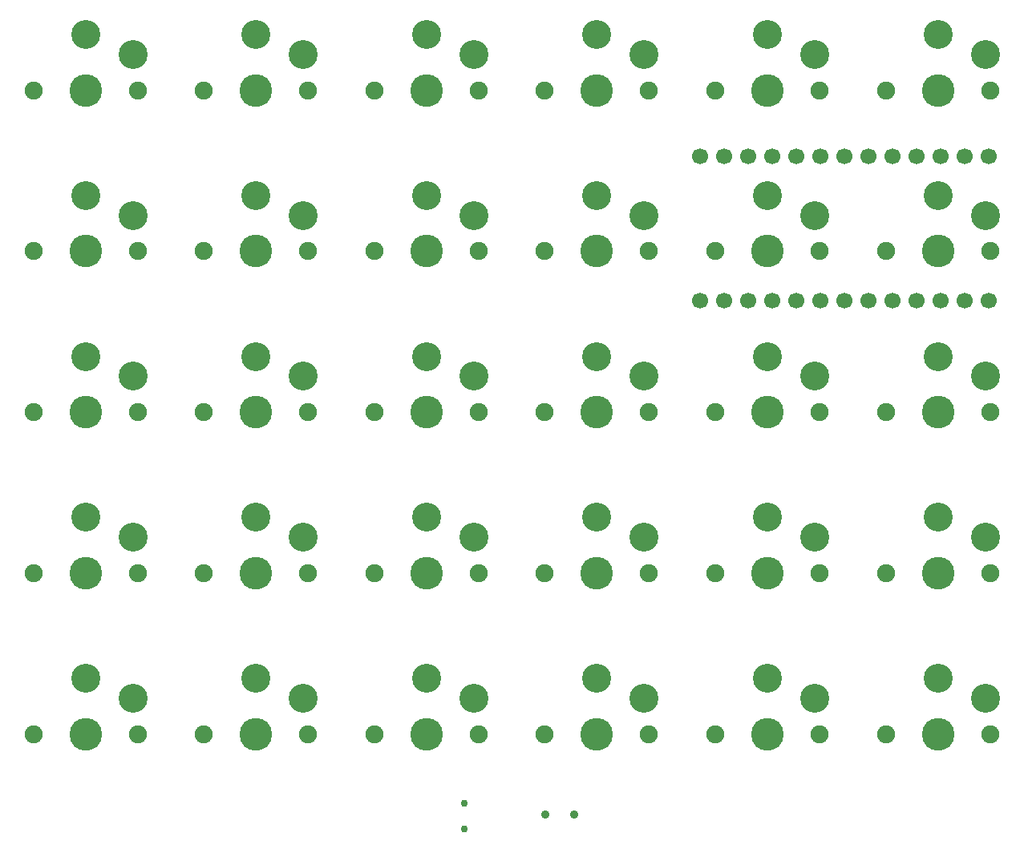
<source format=gbr>
G04 #@! TF.GenerationSoftware,KiCad,Pcbnew,9.0.0*
G04 #@! TF.CreationDate,2025-09-07T21:01:46+01:00*
G04 #@! TF.ProjectId,split_keyboard_1,73706c69-745f-46b6-9579-626f6172645f,rev?*
G04 #@! TF.SameCoordinates,Original*
G04 #@! TF.FileFunction,Soldermask,Top*
G04 #@! TF.FilePolarity,Negative*
%FSLAX46Y46*%
G04 Gerber Fmt 4.6, Leading zero omitted, Abs format (unit mm)*
G04 Created by KiCad (PCBNEW 9.0.0) date 2025-09-07 21:01:46*
%MOMM*%
%LPD*%
G01*
G04 APERTURE LIST*
%ADD10C,1.900000*%
%ADD11C,3.050000*%
%ADD12C,3.450000*%
%ADD13C,1.700000*%
%ADD14C,0.900000*%
%ADD15C,0.750000*%
G04 APERTURE END LIST*
D10*
X166250000Y-69000000D03*
D11*
X171750000Y-63100000D03*
D12*
X171750000Y-69000000D03*
D11*
X176750000Y-65200000D03*
D10*
X177250000Y-69000000D03*
X112250000Y-120000000D03*
D11*
X117750000Y-114100000D03*
D12*
X117750000Y-120000000D03*
D11*
X122750000Y-116200000D03*
D10*
X123250000Y-120000000D03*
X94250000Y-69000000D03*
D11*
X99750000Y-63100000D03*
D12*
X99750000Y-69000000D03*
D11*
X104750000Y-65200000D03*
D10*
X105250000Y-69000000D03*
X148250000Y-86000000D03*
D11*
X153750000Y-80100000D03*
D12*
X153750000Y-86000000D03*
D11*
X158750000Y-82200000D03*
D10*
X159250000Y-86000000D03*
X112250000Y-103000000D03*
D11*
X117750000Y-97100000D03*
D12*
X117750000Y-103000000D03*
D11*
X122750000Y-99200000D03*
D10*
X123250000Y-103000000D03*
X166250000Y-86000000D03*
D11*
X171750000Y-80100000D03*
D12*
X171750000Y-86000000D03*
D11*
X176750000Y-82200000D03*
D10*
X177250000Y-86000000D03*
X166250000Y-103000000D03*
D11*
X171750000Y-97100000D03*
D12*
X171750000Y-103000000D03*
D11*
X176750000Y-99200000D03*
D10*
X177250000Y-103000000D03*
X130250000Y-86000000D03*
D11*
X135750000Y-80100000D03*
D12*
X135750000Y-86000000D03*
D11*
X140750000Y-82200000D03*
D10*
X141250000Y-86000000D03*
X148250000Y-137000000D03*
D11*
X153750000Y-131100000D03*
D12*
X153750000Y-137000000D03*
D11*
X158750000Y-133200000D03*
D10*
X159250000Y-137000000D03*
X130250000Y-120000000D03*
D11*
X135750000Y-114100000D03*
D12*
X135750000Y-120000000D03*
D11*
X140750000Y-116200000D03*
D10*
X141250000Y-120000000D03*
X166250000Y-120000000D03*
D11*
X171750000Y-114100000D03*
D12*
X171750000Y-120000000D03*
D11*
X176750000Y-116200000D03*
D10*
X177250000Y-120000000D03*
X130250000Y-137000000D03*
D11*
X135750000Y-131100000D03*
D12*
X135750000Y-137000000D03*
D11*
X140750000Y-133200000D03*
D10*
X141250000Y-137000000D03*
X130250000Y-69000000D03*
D11*
X135750000Y-63100000D03*
D12*
X135750000Y-69000000D03*
D11*
X140750000Y-65200000D03*
D10*
X141250000Y-69000000D03*
X148250000Y-69000000D03*
D11*
X153750000Y-63100000D03*
D12*
X153750000Y-69000000D03*
D11*
X158750000Y-65200000D03*
D10*
X159250000Y-69000000D03*
X112250000Y-69000000D03*
D11*
X117750000Y-63100000D03*
D12*
X117750000Y-69000000D03*
D11*
X122750000Y-65200000D03*
D10*
X123250000Y-69000000D03*
X184250000Y-120000000D03*
D11*
X189750000Y-114100000D03*
D12*
X189750000Y-120000000D03*
D11*
X194750000Y-116200000D03*
D10*
X195250000Y-120000000D03*
X184250000Y-103000000D03*
D11*
X189750000Y-97100000D03*
D12*
X189750000Y-103000000D03*
D11*
X194750000Y-99200000D03*
D10*
X195250000Y-103000000D03*
X148250000Y-120000000D03*
D11*
X153750000Y-114100000D03*
D12*
X153750000Y-120000000D03*
D11*
X158750000Y-116200000D03*
D10*
X159250000Y-120000000D03*
X94250000Y-86000000D03*
D11*
X99750000Y-80100000D03*
D12*
X99750000Y-86000000D03*
D11*
X104750000Y-82200000D03*
D10*
X105250000Y-86000000D03*
X148250000Y-103000000D03*
D11*
X153750000Y-97100000D03*
D12*
X153750000Y-103000000D03*
D11*
X158750000Y-99200000D03*
D10*
X159250000Y-103000000D03*
X112250000Y-86000000D03*
D11*
X117750000Y-80100000D03*
D12*
X117750000Y-86000000D03*
D11*
X122750000Y-82200000D03*
D10*
X123250000Y-86000000D03*
X130250000Y-103000000D03*
D11*
X135750000Y-97100000D03*
D12*
X135750000Y-103000000D03*
D11*
X140750000Y-99200000D03*
D10*
X141250000Y-103000000D03*
X184250000Y-137000000D03*
D11*
X189750000Y-131100000D03*
D12*
X189750000Y-137000000D03*
D11*
X194750000Y-133200000D03*
D10*
X195250000Y-137000000D03*
X94250000Y-137000000D03*
D11*
X99750000Y-131100000D03*
D12*
X99750000Y-137000000D03*
D11*
X104750000Y-133200000D03*
D10*
X105250000Y-137000000D03*
X112250000Y-137000000D03*
D11*
X117750000Y-131100000D03*
D12*
X117750000Y-137000000D03*
D11*
X122750000Y-133200000D03*
D10*
X123250000Y-137000000D03*
X94250000Y-103000000D03*
D11*
X99750000Y-97100000D03*
D12*
X99750000Y-103000000D03*
D11*
X104750000Y-99200000D03*
D10*
X105250000Y-103000000D03*
X94250000Y-120000000D03*
D11*
X99750000Y-114100000D03*
D12*
X99750000Y-120000000D03*
D11*
X104750000Y-116200000D03*
D10*
X105250000Y-120000000D03*
X184250000Y-86000000D03*
D11*
X189750000Y-80100000D03*
D12*
X189750000Y-86000000D03*
D11*
X194750000Y-82200000D03*
D10*
X195250000Y-86000000D03*
X184250000Y-69000000D03*
D11*
X189750000Y-63100000D03*
D12*
X189750000Y-69000000D03*
D11*
X194750000Y-65200000D03*
D10*
X195250000Y-69000000D03*
X166250000Y-137000000D03*
D11*
X171750000Y-131100000D03*
D12*
X171750000Y-137000000D03*
D11*
X176750000Y-133200000D03*
D10*
X177250000Y-137000000D03*
D13*
X164670000Y-76000000D03*
X167210000Y-76000000D03*
X169750000Y-76000000D03*
X172290000Y-76000000D03*
X174830000Y-76000000D03*
X177370000Y-76000000D03*
X179910000Y-76000000D03*
X182450000Y-76000000D03*
X184990000Y-76000000D03*
X187530000Y-76000000D03*
X190070000Y-76000000D03*
X192610000Y-76000000D03*
X195150000Y-76000000D03*
X164670000Y-91240000D03*
X167210000Y-91240000D03*
X169750000Y-91240000D03*
X172290000Y-91240000D03*
X174830000Y-91240000D03*
X177370000Y-91240000D03*
X179910000Y-91240000D03*
X182450000Y-91240000D03*
X184990000Y-91240000D03*
X187530000Y-91240000D03*
X190070000Y-91240000D03*
X192610000Y-91240000D03*
X195150000Y-91240000D03*
D14*
X151320000Y-145500000D03*
X148320000Y-145500000D03*
D15*
X139750000Y-147025000D03*
X139750000Y-144275000D03*
M02*

</source>
